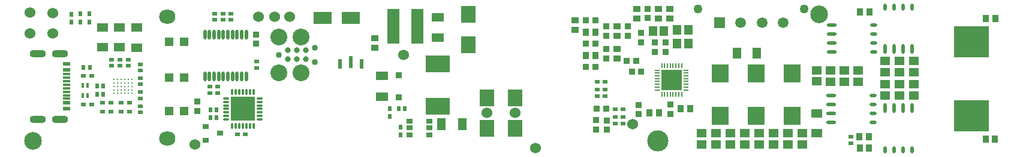
<source format=gbr>
%FSTAX23Y23*%
%MOIN*%
%SFA1B1*%

%IPPOS*%
%AMD65*
4,1,8,0.045300,0.000000,0.045300,0.000000,0.025600,0.019700,-0.025600,0.019700,-0.045300,0.000000,-0.045300,0.000000,-0.025600,-0.019700,0.025600,-0.019700,0.045300,0.000000,0.0*
1,1,0.039370,0.025600,0.000000*
1,1,0.039370,0.025600,0.000000*
1,1,0.039370,-0.025600,0.000000*
1,1,0.039370,-0.025600,0.000000*
%
%ADD10R,0.039370X0.023622*%
%ADD11R,0.039370X0.011811*%
%ADD12R,0.037402X0.033465*%
%ADD13R,0.055118X0.051181*%
%ADD14R,0.070866X0.051181*%
%ADD15R,0.039370X0.035433*%
%ADD16R,0.064961X0.047244*%
%ADD17R,0.070866X0.196850*%
%ADD18R,0.023622X0.055118*%
%ADD19R,0.023622X0.070866*%
%ADD20R,0.098425X0.066929*%
%ADD21R,0.023622X0.029528*%
%ADD22C,0.031496*%
%ADD23R,0.084646X0.096457*%
%ADD24R,0.137795X0.092520*%
%ADD25O,0.017716X0.055118*%
%ADD26O,0.007874X0.027559*%
%ADD27O,0.027559X0.007874*%
%ADD28R,0.118110X0.118110*%
%ADD29C,0.010236*%
%ADD30R,0.037402X0.025591*%
%ADD31R,0.029528X0.023622*%
%ADD32R,0.025197X0.023622*%
%ADD33R,0.051181X0.055118*%
%ADD34O,0.055118X0.019685*%
%ADD35O,0.039370X0.019685*%
%ADD36R,0.035433X0.039370*%
%ADD37R,0.096457X0.100394*%
%ADD38R,0.033465X0.037402*%
%ADD39O,0.019685X0.055118*%
%ADD40O,0.019685X0.039370*%
%ADD41R,0.047244X0.064961*%
%ADD42R,0.196850X0.177165*%
%ADD43R,0.015748X0.027559*%
%ADD44R,0.035433X0.031496*%
%ADD45R,0.023622X0.025197*%
%ADD46R,0.047244X0.047244*%
%ADD47O,0.037402X0.011811*%
%ADD48O,0.011811X0.037402*%
%ADD49R,0.131890X0.131890*%
%ADD50R,0.051181X0.070866*%
%ADD51R,0.037402X0.035433*%
G04~CAMADD=65~8~0.0~0.0~393.7~905.5~196.8~0.0~15~0.0~0.0~0.0~0.0~0~0.0~0.0~0.0~0.0~0~0.0~0.0~0.0~270.0~906.0~394.0*
%ADD65D65*%
%ADD66C,0.059843*%
%ADD67C,0.050000*%
%ADD68R,0.059843X0.059843*%
%ADD69C,0.060000*%
%ADD70C,0.098425*%
%ADD71C,0.093504*%
%ADD72C,0.033465*%
%ADD73O,0.090551X0.078740*%
%ADD74C,0.060000*%
%ADD75C,0.118110*%
%ADD76C,0.018000*%
%LNpcb_pads_top-1*%
%LPD*%
G54D10*
X00663Y00906D03*
Y00874D03*
Y00689D03*
Y00657D03*
G54D11*
X00663Y0085D03*
Y00831D03*
Y00811D03*
Y00791D03*
Y00772D03*
Y00752D03*
Y00732D03*
Y00713D03*
G54D12*
X01388Y00696D03*
Y00645D03*
X03661Y00937D03*
Y00989D03*
X03931Y00975D03*
Y01026D03*
X04017Y00679D03*
Y00628D03*
X0384Y00678D03*
Y00627D03*
X03665Y00541D03*
Y00592D03*
X03893Y01214D03*
Y01163D03*
X03855Y01079D03*
Y01028D03*
X03604Y00593D03*
Y00542D03*
X0378Y01116D03*
Y01064D03*
X03662D03*
Y01116D03*
X0399Y00975D03*
Y01026D03*
X01716Y01072D03*
Y01021D03*
G54D13*
X05213Y00793D03*
Y0073D03*
X04832Y00809D03*
Y00872D03*
X05373Y0073D03*
Y00793D03*
X05293Y0073D03*
Y00793D03*
X04986Y00808D03*
Y00871D03*
X04909Y00808D03*
Y00871D03*
X05213Y00924D03*
Y00861D03*
X05293Y00924D03*
Y00861D03*
X05373Y00924D03*
Y00861D03*
X05063Y00808D03*
Y00871D03*
X04752Y00458D03*
Y00521D03*
X04672Y00458D03*
Y00521D03*
X04592Y00458D03*
Y00521D03*
X04512Y00458D03*
Y00521D03*
X04432Y00458D03*
Y00521D03*
X04352Y00458D03*
Y00521D03*
X04272Y00458D03*
Y00521D03*
X04192Y00458D03*
Y00521D03*
G54D14*
X02726Y01053D03*
Y01168D03*
X02416Y00839D03*
Y00725D03*
G54D15*
X02374Y00997D03*
Y0105D03*
X03723Y00936D03*
Y00989D03*
X03489Y01096D03*
Y01149D03*
X03953Y01162D03*
Y01215D03*
X04014D03*
Y01162D03*
X03833D03*
Y01215D03*
X03721Y01064D03*
Y01117D03*
G54D16*
X01052Y00998D03*
Y01109D03*
X00956Y00999D03*
Y0111D03*
X0086Y00999D03*
Y0111D03*
X04833Y0052D03*
Y00631D03*
G54D17*
X02479Y01118D03*
X02612D03*
G54D18*
X02301Y00908D03*
X02182D03*
G54D19*
X02242Y00916D03*
G54D20*
X02085Y01163D03*
X02242D03*
G54D21*
X00688Y0114D03*
Y01185D03*
X00789Y01141D03*
Y01187D03*
X00738Y01186D03*
Y0114D03*
X02517Y00555D03*
Y0051D03*
X02459Y00613D03*
Y00658D03*
G54D22*
X0194Y00983D03*
X0199Y00933D03*
X0194D03*
X0189Y00983D03*
Y00933D03*
X0199Y00983D03*
G54D23*
X02997Y00716D03*
Y00547D03*
X03155Y00716D03*
Y00547D03*
X02895Y01184D03*
Y01015D03*
G54D24*
X02726Y00672D03*
Y00908D03*
G54D25*
X0166Y0107D03*
X01635D03*
X01609D03*
X01584D03*
X01558D03*
X01532D03*
X01507D03*
X01481D03*
X01456D03*
X0143D03*
X0166Y00837D03*
X01635D03*
X01609D03*
X01584D03*
X01558D03*
X01532D03*
X01507D03*
X01481D03*
X01456D03*
X0143D03*
G54D26*
X0408Y00896D03*
X04064D03*
X04048D03*
X04033D03*
X04017D03*
X04001D03*
X03985D03*
X0397D03*
Y00737D03*
X03985D03*
X04001D03*
X04017D03*
X04033D03*
X04048D03*
X04064D03*
X0408D03*
G54D27*
X03945Y00872D03*
Y00856D03*
Y0084D03*
Y00825D03*
Y00809D03*
Y00793D03*
Y00777D03*
Y00762D03*
X04105D03*
Y00777D03*
Y00793D03*
Y00809D03*
Y00825D03*
Y0084D03*
Y00856D03*
Y00872D03*
G54D28*
X04025Y00817D03*
G54D29*
X01025Y00743D03*
X01005D03*
X00986D03*
X00966D03*
X00946D03*
X00926D03*
X01025Y00762D03*
X01005D03*
X00986D03*
X00966D03*
X00946D03*
X00926D03*
X01025Y00782D03*
X01005D03*
X00986D03*
X00966D03*
X00946D03*
X00926D03*
X01025Y00802D03*
X01005D03*
X00986D03*
X00966D03*
X00946D03*
X00926D03*
X01025Y00821D03*
X01005D03*
X00986D03*
X00966D03*
X00946D03*
X00926D03*
G54D30*
X02677Y00588D03*
Y00549D03*
Y00509D03*
X02568D03*
Y00549D03*
Y00588D03*
G54D31*
X0361Y00808D03*
X03655D03*
X0371Y00653D03*
X03755D03*
X00756Y00839D03*
X00802D03*
X00755Y00681D03*
X00801D03*
X01611Y00514D03*
X01656D03*
X00965Y00641D03*
X0101D03*
X00965Y00691D03*
X0101D03*
X00861Y00641D03*
X00907D03*
X00861Y00691D03*
X00907D03*
G54D32*
X0361Y00763D03*
Y00728D03*
X03754Y0061D03*
Y00575D03*
X05021Y005D03*
Y00465D03*
X03712Y0061D03*
Y00575D03*
X03655Y00763D03*
Y00728D03*
X01718Y00885D03*
Y0092D03*
X01072Y00793D03*
Y00828D03*
X00958Y00932D03*
Y00897D03*
X01073Y00905D03*
Y00871D03*
X01503Y00744D03*
Y00779D03*
X01458Y00744D03*
Y00779D03*
X01575Y01187D03*
Y01153D03*
X0153Y01187D03*
Y01153D03*
X01485Y01187D03*
Y01153D03*
X01005Y00897D03*
Y00932D03*
X00911Y00897D03*
Y00932D03*
X01072Y0075D03*
Y00715D03*
Y00672D03*
Y00637D03*
G54D33*
X03983Y01092D03*
X0392D03*
X04055Y01096D03*
X04118D03*
X04055Y01019D03*
X04118D03*
G54D34*
X04911Y0058D03*
Y0063D03*
Y0068D03*
Y0073D03*
X04914Y00974D03*
Y01024D03*
Y01074D03*
Y01124D03*
G54D35*
X05144Y0073D03*
Y0068D03*
Y0063D03*
Y0058D03*
X05147Y01124D03*
Y01074D03*
Y01024D03*
Y00974D03*
G54D36*
X05122Y005D03*
X05069D03*
X04127Y00656D03*
X04074D03*
X03548Y01085D03*
X03601D03*
X03548Y00954D03*
X03601D03*
X0507Y00437D03*
X05123D03*
X05071Y01197D03*
X05124D03*
X05823Y00486D03*
X0577D03*
X05824Y01162D03*
X05771D03*
X03954Y00633D03*
X03901D03*
G54D37*
X04496Y00855D03*
Y00616D03*
X04296Y00855D03*
Y00616D03*
X04696D03*
Y00855D03*
G54D38*
X03549Y00892D03*
X036D03*
X03549Y0115D03*
X036D03*
X03609Y00657D03*
X0366D03*
X036Y01019D03*
X03549D03*
X03827Y00925D03*
X03776D03*
X03856Y00863D03*
X03805D03*
G54D39*
X05213Y00661D03*
X05263D03*
X05313D03*
X05363D03*
X05362Y00992D03*
X05312D03*
X05262D03*
X05212D03*
G54D40*
X05363Y00428D03*
X05313D03*
X05263D03*
X05213D03*
X05212Y01225D03*
X05262D03*
X05312D03*
X05362D03*
G54D41*
X04497Y00968D03*
X04387D03*
G54D42*
X0569Y00618D03*
Y01031D03*
G54D43*
X00779Y00732D03*
X00751D03*
X00779Y00788D03*
X00751D03*
G54D44*
X01515Y00519D03*
X01436Y00481D03*
Y00556D03*
G54D45*
X00791Y00888D03*
X00756D03*
X01462Y00652D03*
X01496D03*
X01462Y00607D03*
X01496D03*
X00864Y00783D03*
X0083D03*
X00864Y00737D03*
X0083D03*
X02508Y00657D03*
X02543D03*
G54D46*
X01315Y0083D03*
X01232D03*
X01315Y00645D03*
X01232D03*
X01315Y01031D03*
X01232D03*
G54D47*
X01547Y00715D03*
Y00695D03*
Y00675D03*
Y00656D03*
Y00636D03*
Y00616D03*
Y00596D03*
X01736D03*
Y00616D03*
Y00636D03*
Y00656D03*
Y00675D03*
Y00695D03*
Y00715D03*
G54D48*
X01582Y00561D03*
X01602D03*
X01622D03*
X01642D03*
X01661D03*
X01681D03*
X01701D03*
Y0075D03*
X01681D03*
X01661D03*
X01642D03*
X01622D03*
X01602D03*
X01582D03*
G54D49*
X01642Y00656D03*
G54D50*
X02861Y00572D03*
X02746D03*
G54D51*
X02509Y00845D03*
Y00721D03*
G54D65*
X00626Y00965D03*
X00502D03*
X00626Y00598D03*
X00502D03*
G54D66*
X04645Y01138D03*
X04527D03*
X04409D03*
G54D67*
X04763Y01215D03*
X04172D03*
G54D68*
X0429Y01138D03*
G54D69*
X03808Y00569D03*
X03267Y00438D03*
X03155Y00634D03*
X01375Y00458D03*
X02997Y00635D03*
G54D70*
X00476Y00476D03*
X04846Y01183D03*
G54D71*
X0184Y00858D03*
X01965D03*
Y01058D03*
X0184D03*
G54D72*
X0184Y00958D03*
X0204Y00998D03*
Y00918D03*
G54D73*
X01222Y0117D03*
Y00489D03*
G54D74*
X00458Y01077D03*
Y01193D03*
X00584Y01191D03*
X02534Y00957D03*
X00584Y01077D03*
X019Y01172D03*
X01817D03*
X01729D03*
G54D75*
X03947Y00477D03*
G54D76*
X04068Y0086D03*
Y00773D03*
X03981Y0086D03*
Y00773D03*
X04025Y0086D03*
X04068Y00817D03*
X03981D03*
X04025Y00774D03*
M02*
</source>
